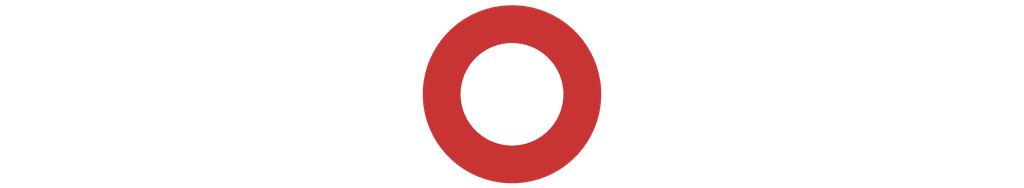
<source format=kicad_pcb>
(kicad_pcb (version 20240108) (generator pcbnew)
  (layers (0 "F.Cu" signal) (31 "B.Cu" signal) (34 "B.Paste" user) (35 "F.Paste" user) (36 "B.SilkS" user "B.Silkscreen") (37 "F.SilkS" user "F.Silkscreen") (38 "B.Mask" user) (39 "F.Mask" user) (44 "Edge.Cuts" user))
  (net 0 "")
  (footprint "Mounting_Wuerth_WA-SMST-4.5mm_H5mm_9774050982" (layer "F.Cu") (at 0 0)
    (property "Reference" "REF**")
    (property "Value" "Mounting_Wuerth_WA-SMST-4.5mm_H5mm_9774050982")
    (pad "" np_thru_hole circle (at 0 0) (size 5.4 5.4) (drill 5.4) (layers *.Cu *.Mask))
    (pad "1" smd circle (at -3.7 0) (size 1.6 1.6) (layers "F.Cu"))
    (pad "1" smd circle (at 0 -3.7) (size 1.6 1.6) (layers "F.Cu"))
    (pad "1" smd circle (at 0 3.7) (size 1.6 1.6) (layers "F.Cu"))
    (pad "1" smd custom (at 3.7 0) (size 1.6 1.6) (layers "F.Cu" "F.Mask") (options (clearance outline) (anchor circle)) (primitives (gr_circle (center -3.7 0) (end 0 0) (width 2) (fill no))))
  )
)
</source>
